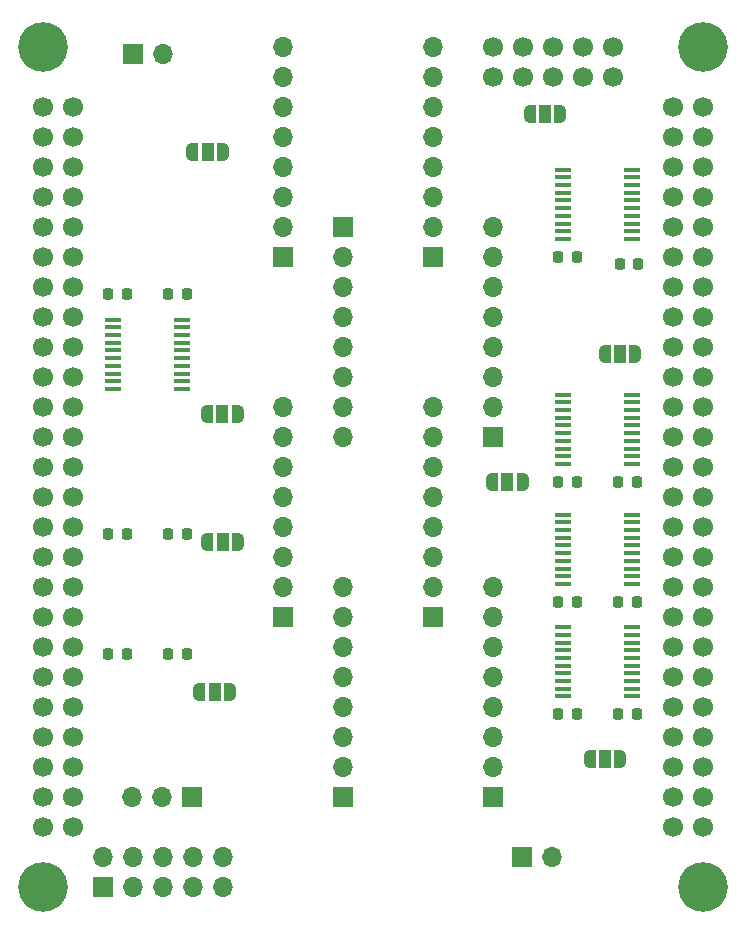
<source format=gts>
G04 #@! TF.GenerationSoftware,KiCad,Pcbnew,7.0.1*
G04 #@! TF.CreationDate,2023-04-30T12:50:43-04:00*
G04 #@! TF.ProjectId,5v levelshifter board,3576206c-6576-4656-9c73-686966746572,rev?*
G04 #@! TF.SameCoordinates,Original*
G04 #@! TF.FileFunction,Soldermask,Top*
G04 #@! TF.FilePolarity,Negative*
%FSLAX46Y46*%
G04 Gerber Fmt 4.6, Leading zero omitted, Abs format (unit mm)*
G04 Created by KiCad (PCBNEW 7.0.1) date 2023-04-30 12:50:43*
%MOMM*%
%LPD*%
G01*
G04 APERTURE LIST*
G04 Aperture macros list*
%AMRoundRect*
0 Rectangle with rounded corners*
0 $1 Rounding radius*
0 $2 $3 $4 $5 $6 $7 $8 $9 X,Y pos of 4 corners*
0 Add a 4 corners polygon primitive as box body*
4,1,4,$2,$3,$4,$5,$6,$7,$8,$9,$2,$3,0*
0 Add four circle primitives for the rounded corners*
1,1,$1+$1,$2,$3*
1,1,$1+$1,$4,$5*
1,1,$1+$1,$6,$7*
1,1,$1+$1,$8,$9*
0 Add four rect primitives between the rounded corners*
20,1,$1+$1,$2,$3,$4,$5,0*
20,1,$1+$1,$4,$5,$6,$7,0*
20,1,$1+$1,$6,$7,$8,$9,0*
20,1,$1+$1,$8,$9,$2,$3,0*%
%AMFreePoly0*
4,1,19,0.550000,-0.750000,0.000000,-0.750000,0.000000,-0.744911,-0.071157,-0.744911,-0.207708,-0.704816,-0.327430,-0.627875,-0.420627,-0.520320,-0.479746,-0.390866,-0.500000,-0.250000,-0.500000,0.250000,-0.479746,0.390866,-0.420627,0.520320,-0.327430,0.627875,-0.207708,0.704816,-0.071157,0.744911,0.000000,0.744911,0.000000,0.750000,0.550000,0.750000,0.550000,-0.750000,0.550000,-0.750000,
$1*%
%AMFreePoly1*
4,1,19,0.000000,0.744911,0.071157,0.744911,0.207708,0.704816,0.327430,0.627875,0.420627,0.520320,0.479746,0.390866,0.500000,0.250000,0.500000,-0.250000,0.479746,-0.390866,0.420627,-0.520320,0.327430,-0.627875,0.207708,-0.704816,0.071157,-0.744911,0.000000,-0.744911,0.000000,-0.750000,-0.550000,-0.750000,-0.550000,0.750000,0.000000,0.750000,0.000000,0.744911,0.000000,0.744911,
$1*%
G04 Aperture macros list end*
%ADD10FreePoly0,0.000000*%
%ADD11R,1.000000X1.500000*%
%ADD12FreePoly1,0.000000*%
%ADD13R,1.700000X1.700000*%
%ADD14O,1.700000X1.700000*%
%ADD15RoundRect,0.225000X0.225000X0.250000X-0.225000X0.250000X-0.225000X-0.250000X0.225000X-0.250000X0*%
%ADD16RoundRect,0.225000X-0.225000X-0.250000X0.225000X-0.250000X0.225000X0.250000X-0.225000X0.250000X0*%
%ADD17R,1.475000X0.450000*%
%ADD18C,4.200000*%
%ADD19C,1.700000*%
G04 APERTURE END LIST*
D10*
X137100000Y-128905000D03*
D11*
X138400000Y-128905000D03*
D12*
X139700000Y-128905000D03*
D13*
X156845000Y-92075000D03*
D14*
X156845000Y-89535000D03*
X156845000Y-86995000D03*
X156845000Y-84455000D03*
X156845000Y-81915000D03*
X156845000Y-79375000D03*
X156845000Y-76835000D03*
X156845000Y-74295000D03*
D13*
X128905000Y-145415000D03*
D14*
X128905000Y-142875000D03*
X131445000Y-145415000D03*
X131445000Y-142875000D03*
X133985000Y-145415000D03*
X133985000Y-142875000D03*
X136525000Y-145415000D03*
X136525000Y-142875000D03*
X139065000Y-145415000D03*
X139065000Y-142875000D03*
D13*
X131445000Y-74930000D03*
D14*
X133985000Y-74930000D03*
D10*
X136495000Y-83185000D03*
D11*
X137795000Y-83185000D03*
D12*
X139095000Y-83185000D03*
D10*
X171420000Y-100330000D03*
D11*
X172720000Y-100330000D03*
D12*
X174020000Y-100330000D03*
D15*
X169050000Y-130810000D03*
X167500000Y-130810000D03*
D16*
X134480000Y-95250000D03*
X136030000Y-95250000D03*
D13*
X161925000Y-107315000D03*
D14*
X161925000Y-104775000D03*
X161925000Y-102235000D03*
X161925000Y-99695000D03*
X161925000Y-97155000D03*
X161925000Y-94615000D03*
X161925000Y-92075000D03*
X161925000Y-89535000D03*
D16*
X172580000Y-121285000D03*
X174130000Y-121285000D03*
X134480000Y-115570000D03*
X136030000Y-115570000D03*
D17*
X173753000Y-90555000D03*
X173753000Y-89905000D03*
X173753000Y-89255000D03*
X173753000Y-88605000D03*
X173753000Y-87955000D03*
X173753000Y-87305000D03*
X173753000Y-86655000D03*
X173753000Y-86005000D03*
X173753000Y-85355000D03*
X173753000Y-84705000D03*
X167877000Y-84705000D03*
X167877000Y-85355000D03*
X167877000Y-86005000D03*
X167877000Y-86655000D03*
X167877000Y-87305000D03*
X167877000Y-87955000D03*
X167877000Y-88605000D03*
X167877000Y-89255000D03*
X167877000Y-89905000D03*
X167877000Y-90555000D03*
D13*
X136510000Y-137795000D03*
D14*
X133970000Y-137795000D03*
X131430000Y-137795000D03*
D18*
X179705000Y-74295000D03*
X123825000Y-74295000D03*
X179705000Y-145425000D03*
X123825000Y-145425000D03*
D19*
X177165000Y-81915000D03*
X123825000Y-81915000D03*
X177165000Y-120015000D03*
X179705000Y-120015000D03*
X177165000Y-117475000D03*
X179705000Y-117475000D03*
X177165000Y-114935000D03*
X179705000Y-114935000D03*
X177165000Y-112395000D03*
X179705000Y-112395000D03*
X177165000Y-109855000D03*
X179705000Y-109855000D03*
X177165000Y-107315000D03*
X179705000Y-107315000D03*
X177165000Y-104775000D03*
X179705000Y-104775000D03*
X177165000Y-102235000D03*
X179705000Y-102235000D03*
X177165000Y-99695000D03*
X179705000Y-99695000D03*
X177165000Y-97155000D03*
X179705000Y-97155000D03*
X177165000Y-94615000D03*
X179705000Y-94615000D03*
X177165000Y-92075000D03*
X179705000Y-92075000D03*
X177165000Y-89535000D03*
X179705000Y-89535000D03*
X177165000Y-86995000D03*
X179705000Y-86995000D03*
X177165000Y-84455000D03*
X179705000Y-84455000D03*
X123825000Y-86995000D03*
X126365000Y-86995000D03*
X123825000Y-89535000D03*
X126365000Y-89535000D03*
X123825000Y-92075000D03*
X126365000Y-92075000D03*
X123825000Y-94615000D03*
X126365000Y-94615000D03*
X123825000Y-97155000D03*
X126365000Y-97155000D03*
X123825000Y-99695000D03*
X126365000Y-99695000D03*
X123825000Y-102235000D03*
X126365000Y-102235000D03*
X123825000Y-104775000D03*
X126365000Y-104775000D03*
X123825000Y-107315000D03*
X126365000Y-107315000D03*
X123825000Y-109855000D03*
X126365000Y-109855000D03*
X123825000Y-112395000D03*
X126365000Y-112395000D03*
X123825000Y-114935000D03*
X126365000Y-114935000D03*
X123825000Y-117475000D03*
X126365000Y-117475000D03*
X123825000Y-120015000D03*
X126365000Y-120015000D03*
X123825000Y-122555000D03*
X126365000Y-122555000D03*
X123825000Y-125095000D03*
X126365000Y-125095000D03*
X123825000Y-127635000D03*
X126365000Y-127635000D03*
X123825000Y-130175000D03*
X126365000Y-130175000D03*
X123825000Y-132715000D03*
X126365000Y-132715000D03*
X177165000Y-140335000D03*
X179705000Y-140335000D03*
X177165000Y-137795000D03*
X179705000Y-137795000D03*
X177165000Y-135255000D03*
X179705000Y-135255000D03*
X177165000Y-132715000D03*
X179705000Y-132715000D03*
X177165000Y-130175000D03*
X179705000Y-130175000D03*
X177165000Y-127635000D03*
X179705000Y-127635000D03*
X177165000Y-125095000D03*
X179705000Y-125095000D03*
X177165000Y-122555000D03*
X179705000Y-122555000D03*
X161925000Y-76835000D03*
X161925000Y-74295000D03*
X164465000Y-76835000D03*
X164465000Y-74295000D03*
X167005000Y-76835000D03*
X167005000Y-74295000D03*
X169545000Y-76835000D03*
X169545000Y-74295000D03*
X172085000Y-74295000D03*
X123825000Y-84455000D03*
X172085000Y-76835000D03*
X179705000Y-79375000D03*
X126365000Y-79375000D03*
X179705000Y-81915000D03*
X126365000Y-81915000D03*
X123825000Y-140335000D03*
X177165000Y-79375000D03*
X123825000Y-79375000D03*
X126365000Y-140335000D03*
X126365000Y-84455000D03*
X123825000Y-137795000D03*
X126365000Y-137795000D03*
X123825000Y-135255000D03*
X126365000Y-135255000D03*
D15*
X130950000Y-125730000D03*
X129400000Y-125730000D03*
X169050000Y-92075000D03*
X167500000Y-92075000D03*
D16*
X172580000Y-111125000D03*
X174130000Y-111125000D03*
X134480000Y-125730000D03*
X136030000Y-125730000D03*
D15*
X130950000Y-95250000D03*
X129400000Y-95250000D03*
D10*
X137765000Y-116205000D03*
D11*
X139065000Y-116205000D03*
D12*
X140365000Y-116205000D03*
D17*
X129777000Y-97405000D03*
X129777000Y-98055000D03*
X129777000Y-98705000D03*
X129777000Y-99355000D03*
X129777000Y-100005000D03*
X129777000Y-100655000D03*
X129777000Y-101305000D03*
X129777000Y-101955000D03*
X129777000Y-102605000D03*
X129777000Y-103255000D03*
X135653000Y-103255000D03*
X135653000Y-102605000D03*
X135653000Y-101955000D03*
X135653000Y-101305000D03*
X135653000Y-100655000D03*
X135653000Y-100005000D03*
X135653000Y-99355000D03*
X135653000Y-98705000D03*
X135653000Y-98055000D03*
X135653000Y-97405000D03*
D13*
X144145000Y-122555000D03*
D14*
X144145000Y-120015000D03*
X144145000Y-117475000D03*
X144145000Y-114935000D03*
X144145000Y-112395000D03*
X144145000Y-109855000D03*
X144145000Y-107315000D03*
X144145000Y-104775000D03*
D13*
X144145000Y-92075000D03*
D14*
X144145000Y-89535000D03*
X144145000Y-86995000D03*
X144145000Y-84455000D03*
X144145000Y-81915000D03*
X144145000Y-79375000D03*
X144145000Y-76835000D03*
X144145000Y-74295000D03*
D13*
X161925000Y-137795000D03*
D14*
X161925000Y-135255000D03*
X161925000Y-132715000D03*
X161925000Y-130175000D03*
X161925000Y-127635000D03*
X161925000Y-125095000D03*
X161925000Y-122555000D03*
X161925000Y-120015000D03*
D15*
X130950000Y-115570000D03*
X129400000Y-115570000D03*
D13*
X156845000Y-122555000D03*
D14*
X156845000Y-120015000D03*
X156845000Y-117475000D03*
X156845000Y-114935000D03*
X156845000Y-112395000D03*
X156845000Y-109855000D03*
X156845000Y-107315000D03*
X156845000Y-104775000D03*
D13*
X149225000Y-137795000D03*
D14*
X149225000Y-135255000D03*
X149225000Y-132715000D03*
X149225000Y-130175000D03*
X149225000Y-127635000D03*
X149225000Y-125095000D03*
X149225000Y-122555000D03*
X149225000Y-120015000D03*
D17*
X173753000Y-109605000D03*
X173753000Y-108955000D03*
X173753000Y-108305000D03*
X173753000Y-107655000D03*
X173753000Y-107005000D03*
X173753000Y-106355000D03*
X173753000Y-105705000D03*
X173753000Y-105055000D03*
X173753000Y-104405000D03*
X173753000Y-103755000D03*
X167877000Y-103755000D03*
X167877000Y-104405000D03*
X167877000Y-105055000D03*
X167877000Y-105705000D03*
X167877000Y-106355000D03*
X167877000Y-107005000D03*
X167877000Y-107655000D03*
X167877000Y-108305000D03*
X167877000Y-108955000D03*
X167877000Y-109605000D03*
D10*
X161865000Y-111125000D03*
D11*
X163165000Y-111125000D03*
D12*
X164465000Y-111125000D03*
D15*
X169050000Y-111125000D03*
X167500000Y-111125000D03*
D10*
X170150000Y-134620000D03*
D11*
X171450000Y-134620000D03*
D12*
X172750000Y-134620000D03*
D16*
X172580000Y-130810000D03*
X174130000Y-130810000D03*
D10*
X165070000Y-80010000D03*
D11*
X166370000Y-80010000D03*
D12*
X167670000Y-80010000D03*
D10*
X137735000Y-105410000D03*
D11*
X139035000Y-105410000D03*
D12*
X140335000Y-105410000D03*
D17*
X173753000Y-129290000D03*
X173753000Y-128640000D03*
X173753000Y-127990000D03*
X173753000Y-127340000D03*
X173753000Y-126690000D03*
X173753000Y-126040000D03*
X173753000Y-125390000D03*
X173753000Y-124740000D03*
X173753000Y-124090000D03*
X173753000Y-123440000D03*
X167877000Y-123440000D03*
X167877000Y-124090000D03*
X167877000Y-124740000D03*
X167877000Y-125390000D03*
X167877000Y-126040000D03*
X167877000Y-126690000D03*
X167877000Y-127340000D03*
X167877000Y-127990000D03*
X167877000Y-128640000D03*
X167877000Y-129290000D03*
D13*
X149225000Y-89535000D03*
D14*
X149225000Y-92075000D03*
X149225000Y-94615000D03*
X149225000Y-97155000D03*
X149225000Y-99695000D03*
X149225000Y-102235000D03*
X149225000Y-104775000D03*
X149225000Y-107315000D03*
D15*
X169050000Y-121285000D03*
X167500000Y-121285000D03*
D16*
X172720000Y-92710000D03*
X174270000Y-92710000D03*
D17*
X173753000Y-119765000D03*
X173753000Y-119115000D03*
X173753000Y-118465000D03*
X173753000Y-117815000D03*
X173753000Y-117165000D03*
X173753000Y-116515000D03*
X173753000Y-115865000D03*
X173753000Y-115215000D03*
X173753000Y-114565000D03*
X173753000Y-113915000D03*
X167877000Y-113915000D03*
X167877000Y-114565000D03*
X167877000Y-115215000D03*
X167877000Y-115865000D03*
X167877000Y-116515000D03*
X167877000Y-117165000D03*
X167877000Y-117815000D03*
X167877000Y-118465000D03*
X167877000Y-119115000D03*
X167877000Y-119765000D03*
D13*
X164460000Y-142875000D03*
D14*
X167000000Y-142875000D03*
M02*

</source>
